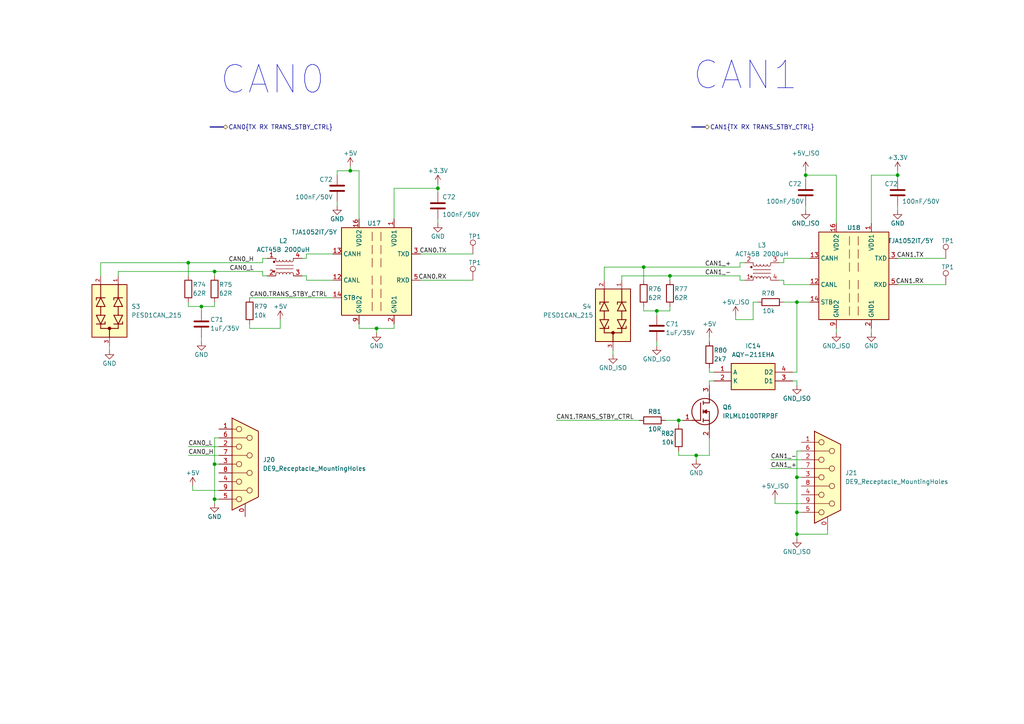
<source format=kicad_sch>
(kicad_sch (version 20230121) (generator eeschema)
  (paper "A4")
  (title_block (title "CAN interface") (date "2023-12-29") (rev "V1.0") (company "Valais Wallis Racing Team") (comment 1 "Bétrisey Mattia"))
  (lib_symbols
    (symbol "+5V_ISO_1" (power) (in_bom no) (on_board no)
      (property "Value" "+5V_ISO_1" (at 0 3.81 0))
      (symbol "+5V_ISO_1_0_1"
        (polyline (pts (xy -0.762 1.27) (xy 0 2.54)))
        (polyline (pts (xy 0 0) (xy 0 2.54)))
        (polyline (pts (xy 0 2.54) (xy 0.762 1.27)))
      )
      (symbol "+5V_ISO_1_1_1"
        (pin power_in line (at 0 0 90) (length 0) hide (name "+5V_ISO") (number "1"))
      )
    )
    (symbol "+5V_ISO_2" (power) (in_bom no) (on_board no)
      (property "Value" "+5V_ISO_2" (at 0 3.81 0))
      (symbol "+5V_ISO_2_0_1"
        (polyline (pts (xy -0.762 1.27) (xy 0 2.54)))
        (polyline (pts (xy 0 0) (xy 0 2.54)))
        (polyline (pts (xy 0 2.54) (xy 0.762 1.27)))
      )
      (symbol "+5V_ISO_2_1_1"
        (pin power_in line (at 0 0 90) (length 0) hide (name "+5V_ISO") (number "1"))
      )
    )
    (symbol "AQY-211EHA:AQY-211EHA"
      (property "Reference" "IC" (at 19.05 7.62 0))
      (property "Value" "AQY-211EHA" (at 19.05 5.08 0))
      (symbol "AQY-211EHA_1_1"
        (rectangle (start 5.08 2.54) (end 17.78 -5.08) (stroke (width 0.254)) (fill (type background)))
        (pin passive line (at 0 0 0) (length 5.08) (name "A") (number "1"))
        (pin passive line (at 0 -2.54 0) (length 5.08) (name "K") (number "2"))
        (pin passive line (at 22.86 -2.54 180) (length 5.08) (name "D1") (number "3"))
        (pin passive line (at 22.86 0 180) (length 5.08) (name "D2") (number "4"))
      )
    )
    (symbol "Connector:DE9_Receptacle_MountingHoles" (pin_names (offset 1.016) hide)
      (property "Reference" "J" (at 0 16.51 0))
      (property "Value" "DE9_Receptacle_MountingHoles" (at 0 14.605 0))
      (symbol "DE9_Receptacle_MountingHoles_0_1"
        (circle (center -1.778 -10.16) (radius 0.762))
        (circle (center -1.778 -5.08) (radius 0.762))
        (circle (center -1.778 0) (radius 0.762))
        (circle (center -1.778 5.08) (radius 0.762))
        (circle (center -1.778 10.16) (radius 0.762))
        (polyline (pts (xy -3.81 -10.16) (xy -2.54 -10.16)))
        (polyline (pts (xy -3.81 -7.62) (xy 0.508 -7.62)))
        (polyline (pts (xy -3.81 -5.08) (xy -2.54 -5.08)))
        (polyline (pts (xy -3.81 -2.54) (xy 0.508 -2.54)))
        (polyline (pts (xy -3.81 0) (xy -2.54 0)))
        (polyline (pts (xy -3.81 2.54) (xy 0.508 2.54)))
        (polyline (pts (xy -3.81 5.08) (xy -2.54 5.08)))
        (polyline (pts (xy -3.81 7.62) (xy 0.508 7.62)))
        (polyline (pts (xy -3.81 10.16) (xy -2.54 10.16)))
        (polyline (pts (xy -3.81 13.335) (xy -3.81 -13.335) (xy 3.81 -9.525) (xy 3.81 9.525) (xy -3.81 13.335)) (stroke (width 0.254)) (fill (type background)))
        (circle (center 1.27 -7.62) (radius 0.762))
        (circle (center 1.27 -2.54) (radius 0.762))
        (circle (center 1.27 2.54) (radius 0.762))
        (circle (center 1.27 7.62) (radius 0.762))
      )
      (symbol "DE9_Receptacle_MountingHoles_1_1"
        (pin passive line (at 0 -15.24 90) (length 3.81) (name "PAD") (number "0"))
        (pin passive line (at -7.62 10.16 0) (length 3.81) (name "1") (number "1"))
        (pin passive line (at -7.62 5.08 0) (length 3.81) (name "2") (number "2"))
        (pin passive line (at -7.62 0 0) (length 3.81) (name "3") (number "3"))
        (pin passive line (at -7.62 -5.08 0) (length 3.81) (name "4") (number "4"))
        (pin passive line (at -7.62 -10.16 0) (length 3.81) (name "5") (number "5"))
        (pin passive line (at -7.62 7.62 0) (length 3.81) (name "6") (number "6"))
        (pin passive line (at -7.62 2.54 0) (length 3.81) (name "7") (number "7"))
        (pin passive line (at -7.62 -2.54 0) (length 3.81) (name "8") (number "8"))
        (pin passive line (at -7.62 -7.62 0) (length 3.81) (name "9") (number "9"))
      )
    )
    (symbol "Connector:TestPoint" (pin_numbers hide) (pin_names (offset 0.762) hide)
      (property "Reference" "TP" (at 0 6.858 0))
      (property "Value" "TestPoint" (at 0 5.08 0))
      (symbol "TestPoint_0_1"
        (circle (center 0 3.302) (radius 0.762))
      )
      (symbol "TestPoint_1_1"
        (pin passive line (at 0 0 90) (length 2.54) (name "1") (number "1"))
      )
    )
    (symbol "Device:C" (pin_numbers hide) (pin_names (offset 0.254))
      (property "Reference" "C" (at 0.635 2.54 0))
      (property "Value" "C" (at 0.635 -2.54 0))
      (symbol "C_0_1"
        (polyline (pts (xy -2.032 -0.762) (xy 2.032 -0.762)) (stroke (width 0.508)))
        (polyline (pts (xy -2.032 0.762) (xy 2.032 0.762)) (stroke (width 0.508)))
      )
      (symbol "C_1_1"
        (pin passive line (at 0 3.81 270) (length 2.794) (name "~") (number "1"))
        (pin passive line (at 0 -3.81 90) (length 2.794) (name "~") (number "2"))
      )
    )
    (symbol "Device:L_Iron_Coupled_1423" (pin_names (offset 0.254) hide)
      (property "Reference" "L" (at 0 4.445 0))
      (property "Value" "L_Iron_Coupled_1423" (at 0 -4.445 0))
      (symbol "L_Iron_Coupled_1423_0_1"
        (circle (center -3.048 -1.27) (radius 0.254) (fill (type outline)))
        (circle (center -3.048 1.524) (radius 0.254) (fill (type outline)))
        (arc (start -2.54 2.032) (mid -2.032 1.5262) (end -1.524 2.032))
        (arc (start -1.524 -2.032) (mid -2.032 -1.5262) (end -2.54 -2.032))
        (arc (start -1.524 2.032) (mid -1.016 1.5262) (end -0.508 2.032))
        (arc (start -0.508 -2.032) (mid -1.016 -1.5262) (end -1.524 -2.032))
        (arc (start -0.508 2.032) (mid 0 1.5262) (end 0.508 2.032))
        (polyline (pts (xy -2.54 -2.032) (xy -2.54 -2.54)))
        (polyline (pts (xy -2.54 0.508) (xy 2.54 0.508)))
        (polyline (pts (xy -2.54 2.032) (xy -2.54 2.54)))
        (polyline (pts (xy 2.54 -2.032) (xy 2.54 -2.54)))
        (polyline (pts (xy 2.54 -0.508) (xy -2.54 -0.508)))
        (polyline (pts (xy 2.54 2.54) (xy 2.54 2.032)))
        (arc (start 0.508 -2.032) (mid 0 -1.5262) (end -0.508 -2.032))
        (arc (start 0.508 2.032) (mid 1.016 1.5262) (end 1.524 2.032))
        (arc (start 1.524 -2.032) (mid 1.016 -1.5262) (end 0.508 -2.032))
        (arc (start 1.524 2.032) (mid 2.032 1.5262) (end 2.54 2.032))
        (arc (start 2.54 -2.032) (mid 2.032 -1.5262) (end 1.524 -2.032))
      )
      (symbol "L_Iron_Coupled_1423_1_1"
        (pin passive line (at -5.08 2.54 0) (length 2.54) (name "1") (number "1"))
        (pin passive line (at -5.08 -2.54 0) (length 2.54) (name "2") (number "2"))
        (pin passive line (at 5.08 -2.54 180) (length 2.54) (name "3") (number "3"))
        (pin passive line (at 5.08 2.54 180) (length 2.54) (name "4") (number "4"))
      )
    )
    (symbol "Device:R" (pin_numbers hide) (pin_names (offset 0))
      (property "Reference" "R" (at 2.032 0 90))
      (property "Value" "R" (at 0 0 90))
      (symbol "R_0_1"
        (rectangle (start -1.016 -2.54) (end 1.016 2.54) (stroke (width 0.254)))
      )
      (symbol "R_1_1"
        (pin passive line (at 0 3.81 270) (length 1.27) (name "~") (number "1"))
        (pin passive line (at 0 -3.81 90) (length 1.27) (name "~") (number "2"))
      )
    )
    (symbol "GND_ISO_1" (power) (in_bom no) (on_board no)
      (property "Value" "GND_ISO_1" (at 0 -3.81 0))
      (symbol "GND_ISO_1_0_1"
        (polyline (pts (xy 0 0) (xy 0 -1.27) (xy 1.27 -1.27) (xy 0 -2.54) (xy -1.27 -1.27) (xy 0 -1.27)))
      )
      (symbol "GND_ISO_1_1_1"
        (pin power_in line (at 0 0 270) (length 0) hide (name "GND_ISO") (number "1"))
      )
    )
    (symbol "IRLML0100TRPBF:IRLML0100TRPBF" (pin_names hide)
      (property "Reference" "Q" (at 11.43 3.81 0))
      (property "Value" "IRLML0100TRPBF" (at 11.43 1.27 0))
      (symbol "IRLML0100TRPBF_1_1"
        (polyline (pts (xy 2.54 0) (xy 5.08 0)) (stroke (width 0.254)))
        (polyline (pts (xy 5.08 5.08) (xy 5.08 0)) (stroke (width 0.254)))
        (polyline (pts (xy 5.842 -0.508) (xy 5.842 0.508)) (stroke (width 0.254)))
        (polyline (pts (xy 5.842 0) (xy 7.62 0)) (stroke (width 0.254)))
        (polyline (pts (xy 5.842 2.032) (xy 5.842 3.048)) (stroke (width 0.254)))
        (polyline (pts (xy 5.842 5.588) (xy 5.842 4.572)) (stroke (width 0.254)))
        (polyline (pts (xy 7.62 2.54) (xy 5.842 2.54)) (stroke (width 0.254)))
        (polyline (pts (xy 7.62 2.54) (xy 7.62 -2.54)) (stroke (width 0.254)))
        (polyline (pts (xy 7.62 5.08) (xy 5.842 5.08)) (stroke (width 0.254)))
        (polyline (pts (xy 7.62 5.08) (xy 7.62 7.62)) (stroke (width 0.254)))
        (polyline (pts (xy 5.842 2.54) (xy 6.858 3.048) (xy 6.858 2.032) (xy 5.842 2.54)) (stroke (width 0.254)) (fill (type outline)))
        (circle (center 6.35 2.54) (radius 3.81) (stroke (width 0.254)))
        (pin passive line (at 0 0 0) (length 2.54) (name "G") (number "1"))
        (pin passive line (at 7.62 -5.08 90) (length 2.54) (name "S") (number "2"))
        (pin passive line (at 7.62 10.16 270) (length 2.54) (name "D") (number "3"))
      )
    )
    (symbol "Interface_CAN_LIN:TJA1052i-5"
      (property "Reference" "U" (at -10.16 13.97 0))
      (property "Value" "TJA1052i-5" (at 17.78 13.97 0))
      (symbol "TJA1052i-5_0_1"
        (rectangle (start -10.16 12.7) (end 10.16 -12.7) (stroke (width 0.254)) (fill (type background)))
        (polyline (pts (xy -1.27 -11.43) (xy -1.27 -8.89)))
        (polyline (pts (xy -1.27 3.81) (xy -1.27 1.27)))
        (polyline (pts (xy -1.27 7.62) (xy -1.27 5.08)))
        (polyline (pts (xy -1.27 11.43) (xy -1.27 8.89)))
        (polyline (pts (xy 1.27 -11.43) (xy 1.27 -8.89)))
        (polyline (pts (xy 1.27 -7.62) (xy 1.27 -5.08)))
        (polyline (pts (xy 1.27 -3.81) (xy 1.27 -1.27)))
        (polyline (pts (xy 1.27 1.27) (xy 1.27 3.81)))
        (polyline (pts (xy 1.27 5.08) (xy 1.27 7.62)))
        (polyline (pts (xy 1.27 8.89) (xy 1.27 11.43)))
        (polyline (pts (xy -1.27 -7.62) (xy -1.27 -6.35) (xy -1.27 -5.08)))
        (polyline (pts (xy -1.27 -3.81) (xy -1.27 -2.54) (xy -1.27 -1.27)))
      )
      (symbol "TJA1052i-5_1_1"
        (pin power_in line (at -5.08 15.24 270) (length 2.54) (name "VDD1") (number "1"))
        (pin passive line (at 5.08 -15.24 90) (length 2.54) hide (name "GND2") (number "10"))
        (pin passive line (at 5.08 15.24 270) (length 2.54) hide (name "VDD2") (number "11"))
        (pin bidirectional line (at 12.7 -2.54 180) (length 2.54) (name "CANL") (number "12"))
        (pin bidirectional line (at 12.7 5.08 180) (length 2.54) (name "CANH") (number "13"))
        (pin input line (at 12.7 -7.62 180) (length 2.54) (name "STB") (number "14"))
        (pin passive line (at 5.08 -15.24 90) (length 2.54) hide (name "GND2") (number "15"))
        (pin power_in line (at 5.08 15.24 270) (length 2.54) (name "VDD2") (number "16"))
        (pin power_in line (at -5.08 -15.24 90) (length 2.54) (name "GND1") (number "2"))
        (pin input line (at -12.7 5.08 0) (length 2.54) (name "TXD") (number "3"))
        (pin no_connect line (at -10.16 -7.62 0) (length 2.54) hide (name "NC") (number "4"))
        (pin output line (at -12.7 -2.54 0) (length 2.54) (name "RXD") (number "5"))
        (pin no_connect line (at -10.16 -10.16 0) (length 2.54) hide (name "NC") (number "6"))
        (pin passive line (at -5.08 -15.24 90) (length 2.54) hide (name "GND1") (number "7"))
        (pin passive line (at -5.08 -15.24 90) (length 2.54) hide (name "GND1") (number "8"))
        (pin power_in line (at 5.08 -15.24 90) (length 2.54) (name "GND2") (number "9"))
      )
    )
    (symbol "PESD1CAN_215:PESD1CAN_215" (pin_names (offset 1.016))
      (property "Reference" "S" (at -7.62 6.35 0))
      (property "Value" "PESD1CAN_215" (at -7.62 -10.16 0))
      (symbol "PESD1CAN_215_0_0"
        (rectangle (start -7.62 -5.08) (end 7.62 5.08) (stroke (width 0.254)) (fill (type background)))
        (polyline (pts (xy -7.62 -2.54) (xy -3.81 -2.54)) (stroke (width 0.254)))
        (polyline (pts (xy -7.62 2.54) (xy -3.81 2.54)) (stroke (width 0.254)))
        (polyline (pts (xy -3.81 -3.81) (xy -3.81 -2.54)) (stroke (width 0.254)))
        (polyline (pts (xy -3.81 -2.54) (xy -3.81 -1.27)) (stroke (width 0.254)))
        (polyline (pts (xy -3.81 -2.54) (xy -1.27 -3.81)) (stroke (width 0.254)))
        (polyline (pts (xy -3.81 1.27) (xy -3.81 2.54)) (stroke (width 0.254)))
        (polyline (pts (xy -3.81 2.54) (xy -3.81 3.81)) (stroke (width 0.254)))
        (polyline (pts (xy -3.81 2.54) (xy -1.27 1.27)) (stroke (width 0.254)))
        (polyline (pts (xy -3.175 -3.81) (xy -3.81 -3.81)) (stroke (width 0.254)))
        (polyline (pts (xy -3.175 1.27) (xy -3.81 1.27)) (stroke (width 0.254)))
        (polyline (pts (xy -1.27 -3.81) (xy -1.27 -2.54)) (stroke (width 0.254)))
        (polyline (pts (xy -1.27 -2.54) (xy -1.27 -1.27)) (stroke (width 0.254)))
        (polyline (pts (xy -1.27 -2.54) (xy 1.27 -2.54)) (stroke (width 0.254)))
        (polyline (pts (xy -1.27 -1.27) (xy -3.81 -2.54)) (stroke (width 0.254)))
        (polyline (pts (xy -1.27 1.27) (xy -1.27 2.54)) (stroke (width 0.254)))
        (polyline (pts (xy -1.27 2.54) (xy -1.27 3.81)) (stroke (width 0.254)))
        (polyline (pts (xy -1.27 2.54) (xy 1.27 2.54)) (stroke (width 0.254)))
        (polyline (pts (xy -1.27 3.81) (xy -3.81 2.54)) (stroke (width 0.254)))
        (polyline (pts (xy 1.27 -3.81) (xy 3.81 -2.54)) (stroke (width 0.254)))
        (polyline (pts (xy 1.27 -2.54) (xy 1.27 -3.81)) (stroke (width 0.254)))
        (polyline (pts (xy 1.27 -1.27) (xy 1.27 -2.54)) (stroke (width 0.254)))
        (polyline (pts (xy 1.27 1.27) (xy 3.81 2.54)) (stroke (width 0.254)))
        (polyline (pts (xy 1.27 2.54) (xy 1.27 1.27)) (stroke (width 0.254)))
        (polyline (pts (xy 1.27 3.81) (xy 1.27 2.54)) (stroke (width 0.254)))
        (polyline (pts (xy 3.175 -1.27) (xy 3.81 -1.27)) (stroke (width 0.254)))
        (polyline (pts (xy 3.175 3.81) (xy 3.81 3.81)) (stroke (width 0.254)))
        (polyline (pts (xy 3.81 -2.54) (xy 1.27 -1.27)) (stroke (width 0.254)))
        (polyline (pts (xy 3.81 -2.54) (xy 3.81 -3.81)) (stroke (width 0.254)))
        (polyline (pts (xy 3.81 -1.27) (xy 3.81 -2.54)) (stroke (width 0.254)))
        (polyline (pts (xy 3.81 2.54) (xy 1.27 3.81)) (stroke (width 0.254)))
        (polyline (pts (xy 3.81 2.54) (xy 3.81 1.27)) (stroke (width 0.254)))
        (polyline (pts (xy 3.81 3.81) (xy 3.81 2.54)) (stroke (width 0.254)))
        (polyline (pts (xy 5.08 -2.54) (xy 3.81 -2.54)) (stroke (width 0.254)))
        (polyline (pts (xy 5.08 0) (xy 5.08 -2.54)) (stroke (width 0.254)))
        (polyline (pts (xy 5.08 0) (xy 7.62 0)) (stroke (width 0.254)))
        (polyline (pts (xy 5.08 2.54) (xy 3.81 2.54)) (stroke (width 0.254)))
        (polyline (pts (xy 5.08 2.54) (xy 5.08 0)) (stroke (width 0.254)))
        (circle (center 5.08 0) (radius 0.254) (stroke (width 0.508)))
        (pin passive line (at -10.16 2.54 0) (length 2.54) (name "~") (number "1"))
        (pin passive line (at -10.16 -2.54 0) (length 2.54) (name "~") (number "2"))
        (pin passive line (at 10.16 0 180) (length 2.54) (name "~") (number "3"))
      )
    )
    (symbol "bmsPower_Symbols:+3V3_0" (power) (in_bom no) (on_board no)
      (property "Value" "+3V3_0" (at 0 3.302 0))
      (symbol "+3V3_0_0_1"
        (polyline (pts (xy -0.762 1.27) (xy 0 2.54)))
        (polyline (pts (xy 0 0) (xy 0 2.54)))
        (polyline (pts (xy 0 2.54) (xy 0.762 1.27)))
      )
      (symbol "+3V3_0_1_1"
        (pin power_in line (at 0 0 90) (length 0) hide (name "+3.3V") (number "1"))
      )
    )
    (symbol "bmsPower_Symbols:GND_0" (power) (in_bom no) (on_board no)
      (property "Value" "GND_0" (at 0 -4.064 0))
      (symbol "GND_0_0_1"
        (polyline (pts (xy 0 0) (xy 0 -1.27) (xy 1.27 -1.27) (xy 0 -2.54) (xy -1.27 -1.27) (xy 0 -1.27)))
      )
      (symbol "GND_0_1_1"
        (pin power_in line (at 0 0 270) (length 0) hide (name "GND") (number "1"))
      )
    )
    (symbol "power:+5V" (power) (pin_names (offset 0))
      (property "Value" "+5V" (at 0 3.556 0))
      (symbol "+5V_0_1"
        (polyline (pts (xy -0.762 1.27) (xy 0 2.54)))
        (polyline (pts (xy 0 0) (xy 0 2.54)))
        (polyline (pts (xy 0 2.54) (xy 0.762 1.27)))
      )
      (symbol "+5V_1_1"
        (pin power_in line (at 0 0 90) (length 0) hide (name "+5V") (number "1"))
      )
    )
  )
  (junction (at 62.23 134.62))
  (junction (at 54.61 76.2))
  (junction (at 109.22 95.25))
  (junction (at 101.6 49.53))
  (junction (at 233.68 50.8))
  (junction (at 58.42 88.9))
  (junction (at 260.35 50.8))
  (junction (at 62.23 78.74))
  (junction (at 186.69 77.47))
  (junction (at 194.31 80.01))
  (junction (at 231.14 154.94))
  (junction (at 231.14 87.63))
  (junction (at 62.23 144.78))
  (junction (at 190.5 90.17))
  (junction (at 127 54.61))
  (junction (at 196.85 121.92))
  (junction (at 201.93 132.08))
  (junction (at 231.14 148.59))
  (junction (at 231.14 138.43))
  (wire (pts (xy 109.22 95.25) (xy 114.3 95.25)))
  (wire (pts (xy 76.2 80.01) (xy 77.47 80.01)))
  (wire (pts (xy 224.79 144.78) (xy 224.79 146.05)))
  (wire (pts (xy 231.14 87.63) (xy 234.95 87.63)))
  (wire (pts (xy 180.34 80.01) (xy 180.34 81.28)))
  (wire (pts (xy 62.23 134.62) (xy 62.23 144.78)))
  (wire (pts (xy 233.68 50.8) (xy 242.57 50.8)))
  (wire (pts (xy 231.14 87.63) (xy 231.14 107.95)))
  (wire (pts (xy 54.61 129.54) (xy 63.5 129.54)))
  (wire (pts (xy 218.44 87.63) (xy 218.44 92.71)))
  (wire (pts (xy 76.2 78.74) (xy 76.2 80.01)))
  (wire (pts (xy 214.63 81.28) (xy 215.9 81.28)))
  (wire (pts (xy 205.74 107.95) (xy 207.01 107.95)))
  (wire (pts (xy 101.6 48.26) (xy 101.6 49.53)))
  (wire (pts (xy 231.14 138.43) (xy 232.41 138.43)))
  (wire (pts (xy 218.44 87.63) (xy 219.71 87.63)))
  (wire (pts (xy 34.29 78.74) (xy 62.23 78.74)))
  (wire (pts (xy 274.32 74.93) (xy 260.35 74.93)))
  (wire (pts (xy 196.85 121.92) (xy 193.04 121.92)))
  (wire (pts (xy 231.14 110.49) (xy 231.14 111.76)))
  (wire (pts (xy 76.2 76.2) (xy 76.2 74.93)))
  (wire (pts (xy 54.61 76.2) (xy 54.61 80.01)))
  (wire (pts (xy 88.9 73.66) (xy 96.52 73.66)))
  (wire (pts (xy 231.14 138.43) (xy 231.14 148.59)))
  (wire (pts (xy 55.88 140.97) (xy 55.88 142.24)))
  (wire (pts (xy 205.74 106.68) (xy 205.74 107.95)))
  (wire (pts (xy 109.22 95.25) (xy 104.14 95.25)))
  (wire (pts (xy 29.21 76.2) (xy 54.61 76.2)))
  (wire (pts (xy 62.23 134.62) (xy 63.5 134.62)))
  (wire (pts (xy 62.23 78.74) (xy 62.23 80.01)))
  (wire (pts (xy 231.14 154.94) (xy 231.14 156.21)))
  (wire (pts (xy 224.79 146.05) (xy 232.41 146.05)))
  (wire (pts (xy 175.26 77.47) (xy 186.69 77.47)))
  (wire (pts (xy 214.63 81.28) (xy 214.63 80.01)))
  (wire (pts (xy 205.74 110.49) (xy 205.74 111.76)))
  (wire (pts (xy 55.88 142.24) (xy 63.5 142.24)))
  (wire (pts (xy 97.79 49.53) (xy 101.6 49.53)))
  (wire (pts (xy 88.9 81.28) (xy 96.52 81.28)))
  (wire (pts (xy 54.61 87.63) (xy 54.61 88.9)))
  (wire (pts (xy 88.9 80.01) (xy 88.9 81.28)))
  (wire (pts (xy 231.14 148.59) (xy 232.41 148.59)))
  (wire (pts (xy 213.36 91.44) (xy 213.36 92.71)))
  (wire (pts (xy 201.93 133.35) (xy 201.93 132.08)))
  (wire (pts (xy 260.35 82.55) (xy 274.32 82.55)))
  (wire (pts (xy 231.14 130.81) (xy 231.14 138.43)))
  (wire (pts (xy 229.87 110.49) (xy 231.14 110.49)))
  (bus (pts (xy 60.96 36.83) (xy 64.77 36.83)))
  (wire (pts (xy 97.79 49.53) (xy 97.79 50.8)))
  (wire (pts (xy 121.92 81.28) (xy 137.16 81.28)))
  (wire (pts (xy 34.29 78.74) (xy 34.29 80.01)))
  (wire (pts (xy 190.5 90.17) (xy 194.31 90.17)))
  (bus (pts (xy 200.66 36.83) (xy 204.47 36.83)))
  (wire (pts (xy 114.3 54.61) (xy 127 54.61)))
  (wire (pts (xy 190.5 90.17) (xy 190.5 91.44)))
  (wire (pts (xy 72.39 86.36) (xy 96.52 86.36)))
  (wire (pts (xy 205.74 110.49) (xy 207.01 110.49)))
  (wire (pts (xy 233.68 50.8) (xy 233.68 52.07)))
  (wire (pts (xy 214.63 76.2) (xy 215.9 76.2)))
  (wire (pts (xy 62.23 127) (xy 63.5 127)))
  (wire (pts (xy 231.14 148.59) (xy 231.14 154.94)))
  (wire (pts (xy 205.74 127) (xy 205.74 132.08)))
  (wire (pts (xy 198.12 121.92) (xy 196.85 121.92)))
  (wire (pts (xy 29.21 76.2) (xy 29.21 80.01)))
  (wire (pts (xy 62.23 87.63) (xy 62.23 88.9)))
  (wire (pts (xy 227.33 74.93) (xy 234.95 74.93)))
  (wire (pts (xy 101.6 49.53) (xy 104.14 49.53)))
  (wire (pts (xy 252.73 50.8) (xy 252.73 64.77)))
  (wire (pts (xy 233.68 49.53) (xy 233.68 50.8)))
  (wire (pts (xy 72.39 95.25) (xy 81.28 95.25)))
  (wire (pts (xy 58.42 88.9) (xy 62.23 88.9)))
  (wire (pts (xy 252.73 96.52) (xy 252.73 95.25)))
  (wire (pts (xy 242.57 96.52) (xy 242.57 95.25)))
  (wire (pts (xy 161.29 121.92) (xy 185.42 121.92)))
  (wire (pts (xy 227.33 81.28) (xy 227.33 82.55)))
  (wire (pts (xy 260.35 49.53) (xy 260.35 50.8)))
  (wire (pts (xy 227.33 76.2) (xy 227.33 74.93)))
  (wire (pts (xy 104.14 95.25) (xy 104.14 93.98)))
  (wire (pts (xy 223.52 135.89) (xy 232.41 135.89)))
  (wire (pts (xy 194.31 88.9) (xy 194.31 90.17)))
  (wire (pts (xy 109.22 95.25) (xy 109.22 96.52)))
  (wire (pts (xy 240.03 153.67) (xy 240.03 154.94)))
  (wire (pts (xy 226.06 76.2) (xy 227.33 76.2)))
  (wire (pts (xy 81.28 92.71) (xy 81.28 95.25)))
  (wire (pts (xy 31.75 101.6) (xy 31.75 100.33)))
  (wire (pts (xy 54.61 76.2) (xy 76.2 76.2)))
  (wire (pts (xy 114.3 93.98) (xy 114.3 95.25)))
  (wire (pts (xy 205.74 97.79) (xy 205.74 99.06)))
  (wire (pts (xy 226.06 81.28) (xy 227.33 81.28)))
  (wire (pts (xy 252.73 50.8) (xy 260.35 50.8)))
  (wire (pts (xy 88.9 73.66) (xy 88.9 74.93)))
  (wire (pts (xy 231.14 154.94) (xy 240.03 154.94)))
  (wire (pts (xy 227.33 82.55) (xy 234.95 82.55)))
  (wire (pts (xy 76.2 74.93) (xy 77.47 74.93)))
  (wire (pts (xy 196.85 121.92) (xy 196.85 123.19)))
  (wire (pts (xy 87.63 74.93) (xy 88.9 74.93)))
  (wire (pts (xy 127 53.34) (xy 127 54.61)))
  (wire (pts (xy 175.26 77.47) (xy 175.26 81.28)))
  (wire (pts (xy 260.35 59.69) (xy 260.35 60.96)))
  (wire (pts (xy 242.57 50.8) (xy 242.57 64.77)))
  (wire (pts (xy 54.61 132.08) (xy 63.5 132.08)))
  (wire (pts (xy 104.14 49.53) (xy 104.14 63.5)))
  (wire (pts (xy 227.33 87.63) (xy 231.14 87.63)))
  (wire (pts (xy 186.69 88.9) (xy 186.69 90.17)))
  (wire (pts (xy 229.87 107.95) (xy 231.14 107.95)))
  (wire (pts (xy 62.23 144.78) (xy 62.23 146.05)))
  (wire (pts (xy 186.69 90.17) (xy 190.5 90.17)))
  (wire (pts (xy 186.69 77.47) (xy 186.69 81.28)))
  (wire (pts (xy 127 54.61) (xy 127 55.88)))
  (wire (pts (xy 62.23 78.74) (xy 76.2 78.74)))
  (wire (pts (xy 190.5 100.33) (xy 190.5 99.06)))
  (wire (pts (xy 180.34 80.01) (xy 194.31 80.01)))
  (wire (pts (xy 231.14 130.81) (xy 232.41 130.81)))
  (wire (pts (xy 58.42 99.06) (xy 58.42 97.79)))
  (wire (pts (xy 58.42 88.9) (xy 58.42 90.17)))
  (wire (pts (xy 121.92 73.66) (xy 137.16 73.66)))
  (wire (pts (xy 223.52 133.35) (xy 232.41 133.35)))
  (wire (pts (xy 196.85 130.81) (xy 196.85 132.08)))
  (wire (pts (xy 186.69 77.47) (xy 214.63 77.47)))
  (wire (pts (xy 114.3 54.61) (xy 114.3 63.5)))
  (wire (pts (xy 205.74 132.08) (xy 201.93 132.08)))
  (wire (pts (xy 213.36 92.71) (xy 218.44 92.71)))
  (wire (pts (xy 62.23 144.78) (xy 63.5 144.78)))
  (wire (pts (xy 87.63 80.01) (xy 88.9 80.01)))
  (wire (pts (xy 54.61 88.9) (xy 58.42 88.9)))
  (wire (pts (xy 72.39 93.98) (xy 72.39 95.25)))
  (wire (pts (xy 214.63 76.2) (xy 214.63 77.47)))
  (wire (pts (xy 177.8 102.87) (xy 177.8 101.6)))
  (wire (pts (xy 233.68 60.96) (xy 233.68 59.69)))
  (wire (pts (xy 97.79 59.69) (xy 97.79 58.42)))
  (wire (pts (xy 194.31 80.01) (xy 214.63 80.01)))
  (wire (pts (xy 194.31 80.01) (xy 194.31 81.28)))
  (wire (pts (xy 201.93 132.08) (xy 196.85 132.08)))
  (wire (pts (xy 127 63.5) (xy 127 64.77)))
  (wire (pts (xy 260.35 50.8) (xy 260.35 52.07)))
  (wire (pts (xy 62.23 127) (xy 62.23 134.62)))
  (text "CAN1" (at 200.66 26.67 0) (effects (font (size 8 8)) (justify left bottom)))
  (text "CAN0" (at 63.5 27.94 0) (effects (font (size 8 8)) (justify left bottom)))
  (label "CAN0_H" (at 54.61 132.08 0))
  (label "CAN0.TRANS_STBY_CTRL" (at 72.39 86.36 0))
  (label "CAN0_L" (at 54.61 129.54 0))
  (label "CAN1_+" (at 212.09 77.47 180))
  (label "CAN1_-" (at 212.09 80.01 180))
  (label "CAN1_+" (at 223.52 135.89 0))
  (label "CAN1_-" (at 223.52 133.35 0))
  (label "CAN1.RX" (at 267.97 82.55 180))
  (label "CAN0_L" (at 73.66 78.74 180))
  (label "CAN0_H" (at 73.66 76.2 180))
  (label "CAN0.TX" (at 129.54 73.66 180))
  (label "CAN1.TRANS_STBY_CTRL" (at 161.29 121.92 0))
  (label "CAN1.TX" (at 267.97 74.93 180))
  (label "CAN0.RX" (at 129.54 81.28 180))
  (hierarchical_label "CAN1{TX RX TRANS_STBY_CTRL}" (shape bidirectional) (at 204.47 36.83 0))
  (hierarchical_label "CAN0{TX RX TRANS_STBY_CTRL}" (shape bidirectional) (at 64.77 36.83 0))
  (symbol (lib_id "bmsPower_Symbols:GND_0") (at 109.22 96.52 0) (mirror y) (unit 1) (in_bom no) (on_board no)
    (property "Reference" "#PWR0162" (effects hide))
    (property "Value" "GND_0" (at 109.22 100.33 0))
  )
  (symbol (lib_id "Device:R") (at 54.61 83.82 0) (unit 1)
    (property "Reference" "R74" (at 55.88 82.55 0) (effects (justify left)))
    (property "Value" "62R" (at 55.88 85.09 0) (effects (justify left)))
    (property "Footprint" "Resistor_SMD:R_0603_1608Metric" (effects hide))
  )
  (symbol (lib_name "GND_ISO_1") (lib_id "bmsPower_Symbols:GND_ISO") (at 177.8 102.87 0) (unit 1) (in_bom no) (on_board no)
    (property "Reference" "#PWR0188" (effects hide))
    (property "Value" "GND_ISO" (at 177.8 106.68 0))
    (instances (project "BMS-Master" (path "" (reference "#PWR0188") (unit 1)) (path "" (reference "#PWR0169") (unit 1))))
  )
  (symbol (lib_name "+5V_ISO_1") (lib_id "bmsPower_Symbols:+5V_ISO") (at 233.68 49.53 0) (unit 1) (in_bom no) (on_board no)
    (property "Reference" "#PWR0153" (effects hide))
    (property "Value" "+5V_ISO" (at 233.68 44.45 0))
  )
  (symbol (lib_name "GND_ISO_1") (lib_id "bmsPower_Symbols:GND_ISO") (at 233.68 60.96 0) (unit 1) (in_bom no) (on_board no)
    (property "Reference" "#PWR0188" (effects hide))
    (property "Value" "GND_ISO" (at 233.68 64.77 0))
    (instances (project "BMS-Master" (path "" (reference "#PWR0188") (unit 1)) (path "" (reference "#PWR0157") (unit 1))))
  )
  (symbol (lib_id "Device:R") (at 194.31 85.09 0) (unit 1)
    (property "Reference" "R77" (at 195.58 83.82 0) (effects (justify left)))
    (property "Value" "62R" (at 195.58 86.36 0) (effects (justify left)))
    (property "Footprint" "Resistor_SMD:R_0603_1608Metric" (effects hide))
  )
  (symbol (lib_id "Device:R") (at 205.74 102.87 0) (unit 1)
    (property "Reference" "R80" (at 207.01 101.6 0) (effects (justify left)))
    (property "Value" "2k7" (at 207.01 104.14 0) (effects (justify left)))
    (property "Footprint" "Resistor_SMD:R_0603_1608Metric" (effects hide))
  )
  (symbol (lib_id "Interface_CAN_LIN:TJA1052i-5") (at 247.65 80.01 0) (mirror y) (unit 1)
    (property "Reference" "U18" (at 247.65 66.04 0))
    (property "Value" "TJA1052IT/5Y" (at 264.16 69.85 0))
    (property "Footprint" "Package_SO:SOIC-16W_7.5x10.3mm_P1.27mm" (effects hide))
    (property "Datasheet" "https://www.nxp.com/docs/en/data-sheet/TJA1052I.pdf" (effects hide))
  )
  (symbol (lib_id "bmsPower_Symbols:GND_0") (at 127 64.77 0) (mirror y) (unit 1) (in_bom no) (on_board no)
    (property "Reference" "#PWR0159" (effects hide))
    (property "Value" "GND_0" (at 127 68.58 0))
  )
  (symbol (lib_id "PESD1CAN_215:PESD1CAN_215") (at 31.75 90.17 270) (unit 1)
    (property "Reference" "S3" (at 38.1 88.9 90) (effects (justify left)))
    (property "Value" "PESD1CAN_215" (at 38.1 91.44 90) (effects (justify left)))
    (property "Footprint" "PESD1CAN:DIO_PESD1CAN_215" (effects hide))
    (property "MF" "NXP Semiconductors" (effects hide))
    (property "DESCRIPTION" "ESD Suppressor Diode TVS Bi-Dir 24V Automotive 3-Pin SOT-23 T/R" (effects hide))
    (property "PACKAGE" "TO-236-3 Nexperia USA Inc." (effects hide))
    (property "PRICE" "None" (effects hide))
    (property "Package" "None" (effects hide))
    (property "Check_prices" "https://www.snapeda.com/parts/PESD1CAN,215/NXP+Semiconductors/view-part/?ref=eda" (effects hide))
    (property "Price" "None" (effects hide))
    (property "SnapEDA_Link" "https://www.snapeda.com/parts/PESD1CAN,215/NXP+Semiconductors/view-part/?ref=snap" (effects hide))
    (property "MP" "PESD1CAN,215" (effects hide))
    (property "Description" "\nNXP ESD protection diode, 24 V 200 W SOT-23-3\n" (effects hide))
    (property "Availability" "Not in stock" (effects hide))
    (property "AVAILABILITY" "In Stock" (effects hide))
    (property "PURCHASE-URL" "https://pricing.snapeda.com/search/part/PESD1CAN,215/?ref=eda" (effects hide))
  )
  (symbol (lib_id "bmsPower_Symbols:GND_0") (at 58.42 99.06 0) (mirror y) (unit 1) (in_bom no) (on_board no)
    (property "Reference" "#PWR0166" (effects hide))
    (property "Value" "GND_0" (at 58.42 102.87 0))
  )
  (symbol (lib_name "GND_ISO_1") (lib_id "bmsPower_Symbols:GND_ISO") (at 231.14 156.21 0) (unit 1) (in_bom no) (on_board no)
    (property "Reference" "#PWR0188" (effects hide))
    (property "Value" "GND_ISO" (at 231.14 160.02 0))
    (instances (project "BMS-Master" (path "" (reference "#PWR0188") (unit 1)) (path "" (reference "#PWR0175") (unit 1))))
  )
  (symbol (lib_id "Interface_CAN_LIN:TJA1052i-5") (at 109.22 78.74 0) (mirror y) (unit 1)
    (property "Reference" "U17" (at 110.49 64.77 0) (effects (justify left)))
    (property "Value" "TJA1052IT/5Y" (at 97.79 67.31 0) (effects (justify left)))
    (property "Footprint" "Package_SO:SOIC-16W_7.5x10.3mm_P1.27mm" (effects hide))
    (property "Datasheet" "https://www.nxp.com/docs/en/data-sheet/TJA1052I.pdf" (effects hide))
  )
  (symbol (lib_id "bmsPower_Symbols:GND_0") (at 62.23 146.05 0) (mirror y) (unit 1) (in_bom no) (on_board no)
    (property "Reference" "#PWR0174" (effects hide))
    (property "Value" "GND_0" (at 62.23 149.86 0))
  )
  (symbol (lib_id "bmsPower_Symbols:GND_0") (at 260.35 60.96 0) (mirror y) (unit 1) (in_bom no) (on_board no)
    (property "Reference" "#PWR0158" (effects hide))
    (property "Value" "GND_0" (at 260.35 64.77 0))
  )
  (symbol (lib_id "Connector:TestPoint") (at 137.16 81.28 0) (unit 1)
    (property "Reference" "TP1" (at 135.89 76.2 0) (effects (justify left)))
    (property "Value" "TestPoint" (effects hide))
    (property "Footprint" "TestPoint:TestPoint_Keystone_5000-5004_Miniature" (effects hide))
    (instances (project "BMS-Master" (path "" (reference "TP1") (unit 1)) (path "" (reference "TP29") (unit 1))))
  )
  (symbol (lib_id "Device:R") (at 62.23 83.82 0) (unit 1)
    (property "Reference" "R75" (at 63.5 82.55 0) (effects (justify left)))
    (property "Value" "62R" (at 63.5 85.09 0) (effects (justify left)))
    (property "Footprint" "Resistor_SMD:R_0603_1608Metric" (effects hide))
  )
  (symbol (lib_id "Device:R") (at 186.69 85.09 0) (unit 1)
    (property "Reference" "R76" (at 187.96 83.82 0) (effects (justify left)))
    (property "Value" "62R" (at 187.96 86.36 0) (effects (justify left)))
    (property "Footprint" "Resistor_SMD:R_0603_1608Metric" (effects hide))
  )
  (symbol (lib_id "Device:C") (at 190.5 95.25 0) (unit 1)
    (property "Reference" "C71" (at 193.04 93.98 0) (effects (justify left)))
    (property "Value" "1uF/35V" (at 193.04 96.52 0) (effects (justify left)))
    (property "Footprint" "Capacitor_SMD:C_0603_1608Metric" (effects hide))
    (instances (project "BMS-Master" (path "" (reference "C71") (unit 1)) (path "" (reference "C92") (unit 1))))
  )
  (symbol (lib_name "GND_ISO_1") (lib_id "bmsPower_Symbols:GND_ISO") (at 231.14 111.76 0) (unit 1) (in_bom no) (on_board no)
    (property "Reference" "#PWR0188" (effects hide))
    (property "Value" "GND_ISO" (at 231.14 115.57 0))
    (instances (project "BMS-Master" (path "" (reference "#PWR0188") (unit 1)) (path "" (reference "#PWR0170") (unit 1))))
  )
  (symbol (lib_id "bmsPower_Symbols:GND_0") (at 252.73 96.52 0) (mirror y) (unit 1) (in_bom no) (on_board no)
    (property "Reference" "#PWR0164" (effects hide))
    (property "Value" "GND_0" (at 252.73 100.33 0))
  )
  (symbol (lib_id "Device:R") (at 223.52 87.63 90) (mirror x) (unit 1)
    (property "Reference" "R78" (at 224.79 85.09 90) (effects (justify left)))
    (property "Value" "10k" (at 224.79 90.17 90) (effects (justify left)))
    (property "Footprint" "Resistor_SMD:R_0603_1608Metric" (effects hide))
  )
  (symbol (lib_id "Device:R") (at 72.39 90.17 0) (unit 1)
    (property "Reference" "R79" (at 73.66 88.9 0) (effects (justify left)))
    (property "Value" "10k" (at 73.66 91.44 0) (effects (justify left)))
    (property "Footprint" "Resistor_SMD:R_0603_1608Metric" (effects hide))
  )
  (symbol (lib_id "bmsPower_Symbols:+3V3_0") (at 127 53.34 0) (unit 1) (in_bom no) (on_board no)
    (property "Reference" "#PWR0155" (effects hide))
    (property "Value" "+3V3_0" (at 127 49.53 0))
  )
  (symbol (lib_id "Device:C") (at 97.79 54.61 180) (unit 1)
    (property "Reference" "C72" (at 96.52 52.07 0) (effects (justify left)))
    (property "Value" "100nF/50V" (at 96.52 57.15 0) (effects (justify left)))
    (property "Footprint" "Capacitor_SMD:C_0603_1608Metric" (effects hide))
    (instances (project "BMS-Master" (path "" (reference "C72") (unit 1)) (path "" (reference "C87") (unit 1))))
  )
  (symbol (lib_id "Connector:TestPoint") (at 137.16 73.66 0) (unit 1)
    (property "Reference" "TP1" (at 135.89 68.58 0) (effects (justify left)))
    (property "Value" "TestPoint" (effects hide))
    (property "Footprint" "TestPoint:TestPoint_Keystone_5000-5004_Miniature" (effects hide))
    (instances (project "BMS-Master" (path "" (reference "TP1") (unit 1)) (path "" (reference "TP27") (unit 1))))
  )
  (symbol (lib_id "power:+5V") (at 101.6 48.26 0) (unit 1)
    (property "Reference" "#PWR0152" (effects hide))
    (property "Value" "+5V" (at 101.6 44.45 0))
  )
  (symbol (lib_id "Connector:TestPoint") (at 274.32 74.93 0) (unit 1)
    (property "Reference" "TP1" (at 273.05 69.85 0) (effects (justify left)))
    (property "Value" "TestPoint" (effects hide))
    (property "Footprint" "TestPoint:TestPoint_Keystone_5000-5004_Miniature" (effects hide))
    (instances (project "BMS-Master" (path "" (reference "TP1") (unit 1)) (path "" (reference "TP28") (unit 1))))
  )
  (symbol (lib_name "+5V_ISO_2") (lib_id "bmsPower_Symbols:+5V_ISO") (at 224.79 144.78 0) (unit 1) (in_bom no) (on_board no)
    (property "Reference" "#PWR0173" (effects hide))
    (property "Value" "+5V_ISO" (at 224.79 140.97 0))
  )
  (symbol (lib_id "power:+5V") (at 205.74 97.79 0) (unit 1)
    (property "Reference" "#PWR0165" (effects hide))
    (property "Value" "+5V" (at 205.74 93.98 0))
  )
  (symbol (lib_name "GND_ISO_1") (lib_id "bmsPower_Symbols:GND_ISO") (at 190.5 100.33 0) (unit 1) (in_bom no) (on_board no)
    (property "Reference" "#PWR0188" (effects hide))
    (property "Value" "GND_ISO" (at 190.5 104.14 0))
    (instances (project "BMS-Master" (path "" (reference "#PWR0188") (unit 1)) (path "" (reference "#PWR0167") (unit 1))))
  )
  (symbol (lib_id "power:+5V") (at 81.28 92.71 0) (unit 1)
    (property "Reference" "#PWR0161" (effects hide))
    (property "Value" "+5V" (at 81.28 88.9 0))
  )
  (symbol (lib_id "PESD1CAN_215:PESD1CAN_215") (at 177.8 91.44 270) (unit 1)
    (property "Reference" "S4" (at 168.91 88.9 90) (effects (justify left)))
    (property "Value" "PESD1CAN_215" (at 157.48 91.44 90) (effects (justify left)))
    (property "Footprint" "PESD1CAN:DIO_PESD1CAN_215" (effects hide))
    (property "MF" "NXP Semiconductors" (effects hide))
    (property "DESCRIPTION" "ESD Suppressor Diode TVS Bi-Dir 24V Automotive 3-Pin SOT-23 T/R" (effects hide))
    (property "PACKAGE" "TO-236-3 Nexperia USA Inc." (effects hide))
    (property "PRICE" "None" (effects hide))
    (property "Package" "None" (effects hide))
    (property "Check_prices" "https://www.snapeda.com/parts/PESD1CAN,215/NXP+Semiconductors/view-part/?ref=eda" (effects hide))
    (property "Price" "None" (effects hide))
    (property "SnapEDA_Link" "https://www.snapeda.com/parts/PESD1CAN,215/NXP+Semiconductors/view-part/?ref=snap" (effects hide))
    (property "MP" "PESD1CAN,215" (effects hide))
    (property "Description" "\nNXP ESD protection diode, 24 V 200 W SOT-23-3\n" (effects hide))
    (property "Availability" "Not in stock" (effects hide))
    (property "AVAILABILITY" "In Stock" (effects hide))
    (property "PURCHASE-URL" "https://pricing.snapeda.com/search/part/PESD1CAN,215/?ref=eda" (effects hide))
  )
  (symbol (lib_id "AQY-211EHA:AQY-211EHA") (at 207.01 107.95 0) (unit 1)
    (property "Reference" "IC14" (at 218.44 100.33 0))
    (property "Value" "AQY-211EHA" (at 218.44 102.87 0))
    (property "Footprint" "AQY211EHA:SOP254P962X315-4N" (effects hide))
    (property "Datasheet" "https://mediap.industry.panasonic.eu/assets/imported/industrial.panasonic.com/ac/cdn/e/control/relay/photomos/catalog/semi_eng_ge1a_aqy21_e.pdf" (effects hide))
    (property "Height" "2.9" (effects hide))
    (property "Manufacturer_Name" "Panasonic" (effects hide))
    (property "Manufacturer_Part_Number" "AQY-211EHA" (effects hide))
    (property "Arrow Part Number" "AQY-211EHA" (effects hide))
    (property "Arrow Price/Stock" "https://www.arrow.com/en/products/aqy211eha/panasonic" (effects hide))
  )
  (symbol (lib_id "bmsPower_Symbols:GND_0") (at 97.79 59.69 0) (mirror y) (unit 1) (in_bom no) (on_board no)
    (property "Reference" "#PWR0156" (effects hide))
    (property "Value" "GND_0" (at 97.79 63.5 0))
  )
  (symbol (lib_id "Device:C") (at 260.35 55.88 0) (mirror x) (unit 1)
    (property "Reference" "C72" (at 256.54 53.34 0) (effects (justify left)))
    (property "Value" "100nF/50V" (at 261.62 58.42 0) (effects (justify left)))
    (property "Footprint" "Capacitor_SMD:C_0603_1608Metric" (effects hide))
    (instances (project "BMS-Master" (path "" (reference "C72") (unit 1)) (path "" (reference "C89") (unit 1))))
  )
  (symbol (lib_id "power:+5V") (at 55.88 140.97 0) (unit 1)
    (property "Reference" "#PWR0172" (effects hide))
    (property "Value" "+5V" (at 55.88 137.16 0))
  )
  (symbol (lib_id "Device:R") (at 189.23 121.92 270) (mirror x) (unit 1)
    (property "Reference" "R81" (at 187.96 119.38 90) (effects (justify left)))
    (property "Value" "10R" (at 187.96 124.46 90) (effects (justify left)))
    (property "Footprint" "Resistor_SMD:R_0603_1608Metric" (effects hide))
  )
  (symbol (lib_id "Device:C") (at 233.68 55.88 0) (mirror x) (unit 1)
    (property "Reference" "C72" (at 228.6 53.34 0) (effects (justify left)))
    (property "Value" "100nF/50V" (at 222.25 58.42 0) (effects (justify left)))
    (property "Footprint" "Capacitor_SMD:C_0603_1608Metric" (effects hide))
    (instances (project "BMS-Master" (path "" (reference "C72") (unit 1)) (path "" (reference "C88") (unit 1))))
  )
  (symbol (lib_id "bmsPower_Symbols:GND_0") (at 31.75 101.6 0) (mirror y) (unit 1) (in_bom no) (on_board no)
    (property "Reference" "#PWR0168" (effects hide))
    (property "Value" "GND_0" (at 31.75 105.41 0))
  )
  (symbol (lib_id "Device:L_Iron_Coupled_1423") (at 220.98 78.74 0) (mirror x) (unit 1)
    (property "Reference" "L3" (at 220.98 71.12 0))
    (property "Value" "ACT45B 2000uH" (at 220.98 73.66 0))
    (property "Footprint" "FS_Passive:ACT45B1012PTL003" (effects hide))
  )
  (symbol (lib_id "Device:R") (at 196.85 127 0) (mirror y) (unit 1)
    (property "Reference" "R82" (at 195.58 125.73 0) (effects (justify left)))
    (property "Value" "10k" (at 195.58 128.27 0) (effects (justify left)))
    (property "Footprint" "Resistor_SMD:R_0603_1608Metric" (effects hide))
  )
  (symbol (lib_id "Device:C") (at 127 59.69 0) (mirror x) (unit 1)
    (property "Reference" "C72" (at 128.27 57.15 0) (effects (justify left)))
    (property "Value" "100nF/50V" (at 128.27 62.23 0) (effects (justify left)))
    (property "Footprint" "Capacitor_SMD:C_0603_1608Metric" (effects hide))
    (instances (project "BMS-Master" (path "" (reference "C72") (unit 1)) (path "" (reference "C90") (unit 1))))
  )
  (symbol (lib_id "bmsPower_Symbols:+3V3_0") (at 260.35 49.53 0) (unit 1) (in_bom no) (on_board no)
    (property "Reference" "#PWR0154" (effects hide))
    (property "Value" "+3V3_0" (at 260.35 45.72 0))
  )
  (symbol (lib_id "IRLML0100TRPBF:IRLML0100TRPBF") (at 198.12 121.92 0) (unit 1)
    (property "Reference" "Q6" (at 209.55 118.11 0) (effects (justify left)))
    (property "Value" "IRLML0100TRPBF" (at 209.55 120.65 0) (effects (justify left)))
    (property "Footprint" "IRLML0100TRPBF:SOT95P237X112-3N" (effects hide))
    (property "Datasheet" "http://www.infineon.com/dgdl/irlml0100pbf.pdf?fileId=5546d462533600a4015356649d9225e8" (effects hide))
    (property "Height" "1.12" (effects hide))
    (property "Manufacturer_Name" "Infineon" (effects hide))
    (property "Manufacturer_Part_Number" "IRLML0100TRPBF" (effects hide))
    (property "Mouser Part Number" "942-IRLML0100TRPBF" (effects hide))
    (property "Mouser Price/Stock" "https://www.mouser.co.uk/ProductDetail/Infineon-Technologies/IRLML0100TRPBF?qs=9%252BKlkBgLFf11XyHQVo8PPw%3D%3D" (effects hide))
    (property "Arrow Part Number" "IRLML0100TRPBF" (effects hide))
    (property "Arrow Price/Stock" "https://www.arrow.com/en/products/irlml0100trpbf/infineon-technologies-ag?region=europe" (effects hide))
  )
  (symbol (lib_name "+5V_ISO_2") (lib_id "bmsPower_Symbols:+5V_ISO") (at 213.36 91.44 0) (unit 1) (in_bom no) (on_board no)
    (property "Reference" "#PWR0160" (effects hide))
    (property "Value" "+5V_ISO" (at 213.36 87.63 0))
  )
  (symbol (lib_id "bmsPower_Symbols:GND_0") (at 201.93 133.35 0) (mirror y) (unit 1) (in_bom no) (on_board no)
    (property "Reference" "#PWR0171" (effects hide))
    (property "Value" "GND_0" (at 201.93 137.16 0))
  )
  (symbol (lib_id "Device:C") (at 58.42 93.98 0) (unit 1)
    (property "Reference" "C71" (at 60.96 92.71 0) (effects (justify left)))
    (property "Value" "1uF/35V" (at 60.96 95.25 0) (effects (justify left)))
    (property "Footprint" "Capacitor_SMD:C_0603_1608Metric" (effects hide))
    (instances (project "BMS-Master" (path "" (reference "C71") (unit 1)) (path "" (reference "C91") (unit 1))))
  )
  (symbol (lib_id "Connector:DE9_Receptacle_MountingHoles") (at 71.12 134.62 0) (unit 1)
    (property "Reference" "J20" (at 76.2 133.35 0) (effects (justify left)))
    (property "Value" "DE9_Receptacle_MountingHoles" (at 76.2 135.89 0) (effects (justify left)))
    (property "Footprint" "FS_Connector:L177TSEH09SOL2RM8" (effects hide))
    (property "Datasheet" " ~" (effects hide))
  )
  (symbol (lib_id "Connector:TestPoint") (at 274.32 82.55 0) (unit 1)
    (property "Reference" "TP1" (at 273.05 77.47 0) (effects (justify left)))
    (property "Value" "TestPoint" (effects hide))
    (property "Footprint" "TestPoint:TestPoint_Keystone_5000-5004_Miniature" (effects hide))
    (instances (project "BMS-Master" (path "" (reference "TP1") (unit 1)) (path "" (reference "TP30") (unit 1))))
  )
  (symbol (lib_name "GND_ISO_1") (lib_id "bmsPower_Symbols:GND_ISO") (at 242.57 96.52 0) (unit 1) (in_bom no) (on_board no)
    (property "Reference" "#PWR0188" (effects hide))
    (property "Value" "GND_ISO" (at 242.57 100.33 0))
    (instances (project "BMS-Master" (path "" (reference "#PWR0188") (unit 1)) (path "" (reference "#PWR0163") (unit 1))))
  )
  (symbol (lib_id "Connector:DE9_Receptacle_MountingHoles") (at 240.03 138.43 0) (unit 1)
    (property "Reference" "J21" (at 245.11 137.16 0) (effects (justify left)))
    (property "Value" "DE9_Receptacle_MountingHoles" (at 245.11 139.7 0) (effects (justify left)))
    (property "Footprint" "FS_Connector:L177TSEH09SOL2RM8" (effects hide))
    (property "Datasheet" " ~" (effects hide))
  )
  (symbol (lib_id "Device:L_Iron_Coupled_1423") (at 82.55 77.47 0) (unit 1)
    (property "Reference" "L2" (at 82.169 69.85 0))
    (property "Value" "ACT45B 2000uH" (at 82.169 72.39 0))
    (property "Footprint" "FS_Passive:ACT45B1012PTL003" (effects hide))
  )
)
</source>
